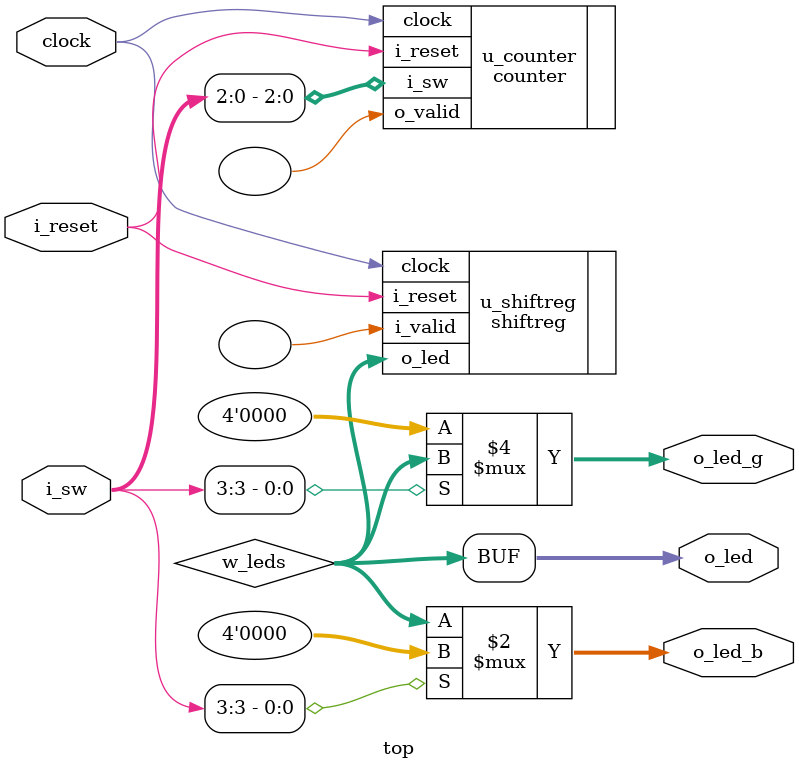
<source format=v>
`include "counter.v"
`include "shiftreg.v"

module top 
#(
    parameter NB_LEDS = 4,
    parameter NB_SW = 4,
    parameter NB_COUNT = 32
)
(
    output  [NB_LEDS-1:0]   o_led,
    output  [NB_LEDS-1:0]   o_led_b,
    output  [NB_LEDS-1:0]   o_led_g,
    input   [NB_SW-1:0]   i_sw,
    input           i_reset,
    input           clock
);

    wire connect_count_to_sr;
    wire [NB_LEDS-1:0] w_leds;

    counter
    #(
        .NB_SW(NB_SW),
        .NB_COUNT(NB_COUNT)
    )
    u_counter
        (
            .o_valid(),
            .i_sw(i_sw[NB_SW-2:0]),
            .i_reset(i_reset),
            .clock(clock)
        );

    shiftreg 
    #(
        .NB_LEDS( NB_LEDS )
    )
    u_shiftreg
        (
            .o_led(w_leds),
            .i_valid(),
            .i_reset(i_reset),
            .clock(clock)
        );

    assign o_led    = w_leds;
    assign o_led_b  = (i_sw[3] == 1'b0)? w_leds : 4'b0000;
    assign o_led_g  = (i_sw[3] == 1'b1)? w_leds : 4'b0000;

endmodule 
</source>
